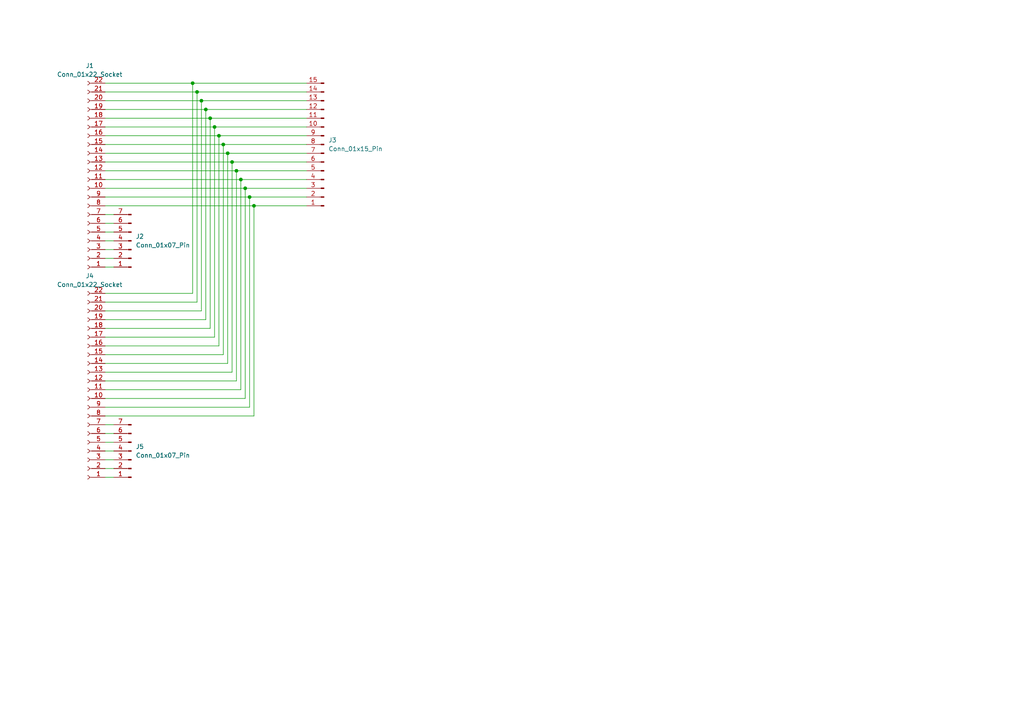
<source format=kicad_sch>
(kicad_sch (version 20230121) (generator eeschema)
  (paper "A4")
  (lib_symbols
    (symbol "Connector:Conn_01x07_Pin" (pin_names (offset 1.016) hide)
      (property "Reference" "J" (at 0 10.16 0))
      (property "Value" "Conn_01x07_Pin" (at 0 -10.16 0))
      (symbol "Conn_01x07_Pin_1_1"
        (polyline (pts (xy 1.27 -7.62) (xy 0.8636 -7.62)) (stroke (width 0.1524)))
        (polyline (pts (xy 1.27 -5.08) (xy 0.8636 -5.08)) (stroke (width 0.1524)))
        (polyline (pts (xy 1.27 -2.54) (xy 0.8636 -2.54)) (stroke (width 0.1524)))
        (polyline (pts (xy 1.27 0) (xy 0.8636 0)) (stroke (width 0.1524)))
        (polyline (pts (xy 1.27 2.54) (xy 0.8636 2.54)) (stroke (width 0.1524)))
        (polyline (pts (xy 1.27 5.08) (xy 0.8636 5.08)) (stroke (width 0.1524)))
        (polyline (pts (xy 1.27 7.62) (xy 0.8636 7.62)) (stroke (width 0.1524)))
        (rectangle (start 0.8636 -7.493) (end 0 -7.747) (stroke (width 0.1524)) (fill (type outline)))
        (rectangle (start 0.8636 -4.953) (end 0 -5.207) (stroke (width 0.1524)) (fill (type outline)))
        (rectangle (start 0.8636 -2.413) (end 0 -2.667) (stroke (width 0.1524)) (fill (type outline)))
        (rectangle (start 0.8636 0.127) (end 0 -0.127) (stroke (width 0.1524)) (fill (type outline)))
        (rectangle (start 0.8636 2.667) (end 0 2.413) (stroke (width 0.1524)) (fill (type outline)))
        (rectangle (start 0.8636 5.207) (end 0 4.953) (stroke (width 0.1524)) (fill (type outline)))
        (rectangle (start 0.8636 7.747) (end 0 7.493) (stroke (width 0.1524)) (fill (type outline)))
        (pin passive line (at 5.08 7.62 180) (length 3.81) (name "Pin_1") (number "1"))
        (pin passive line (at 5.08 5.08 180) (length 3.81) (name "Pin_2") (number "2"))
        (pin passive line (at 5.08 2.54 180) (length 3.81) (name "Pin_3") (number "3"))
        (pin passive line (at 5.08 0 180) (length 3.81) (name "Pin_4") (number "4"))
        (pin passive line (at 5.08 -2.54 180) (length 3.81) (name "Pin_5") (number "5"))
        (pin passive line (at 5.08 -5.08 180) (length 3.81) (name "Pin_6") (number "6"))
        (pin passive line (at 5.08 -7.62 180) (length 3.81) (name "Pin_7") (number "7"))
      )
    )
    (symbol "Connector:Conn_01x15_Pin" (pin_names (offset 1.016) hide)
      (property "Reference" "J" (at 0 20.32 0))
      (property "Value" "Conn_01x15_Pin" (at 0 -20.32 0))
      (symbol "Conn_01x15_Pin_1_1"
        (polyline (pts (xy 1.27 -17.78) (xy 0.8636 -17.78)) (stroke (width 0.1524)))
        (polyline (pts (xy 1.27 -15.24) (xy 0.8636 -15.24)) (stroke (width 0.1524)))
        (polyline (pts (xy 1.27 -12.7) (xy 0.8636 -12.7)) (stroke (width 0.1524)))
        (polyline (pts (xy 1.27 -10.16) (xy 0.8636 -10.16)) (stroke (width 0.1524)))
        (polyline (pts (xy 1.27 -7.62) (xy 0.8636 -7.62)) (stroke (width 0.1524)))
        (polyline (pts (xy 1.27 -5.08) (xy 0.8636 -5.08)) (stroke (width 0.1524)))
        (polyline (pts (xy 1.27 -2.54) (xy 0.8636 -2.54)) (stroke (width 0.1524)))
        (polyline (pts (xy 1.27 0) (xy 0.8636 0)) (stroke (width 0.1524)))
        (polyline (pts (xy 1.27 2.54) (xy 0.8636 2.54)) (stroke (width 0.1524)))
        (polyline (pts (xy 1.27 5.08) (xy 0.8636 5.08)) (stroke (width 0.1524)))
        (polyline (pts (xy 1.27 7.62) (xy 0.8636 7.62)) (stroke (width 0.1524)))
        (polyline (pts (xy 1.27 10.16) (xy 0.8636 10.16)) (stroke (width 0.1524)))
        (polyline (pts (xy 1.27 12.7) (xy 0.8636 12.7)) (stroke (width 0.1524)))
        (polyline (pts (xy 1.27 15.24) (xy 0.8636 15.24)) (stroke (width 0.1524)))
        (polyline (pts (xy 1.27 17.78) (xy 0.8636 17.78)) (stroke (width 0.1524)))
        (rectangle (start 0.8636 -17.653) (end 0 -17.907) (stroke (width 0.1524)) (fill (type outline)))
        (rectangle (start 0.8636 -15.113) (end 0 -15.367) (stroke (width 0.1524)) (fill (type outline)))
        (rectangle (start 0.8636 -12.573) (end 0 -12.827) (stroke (width 0.1524)) (fill (type outline)))
        (rectangle (start 0.8636 -10.033) (end 0 -10.287) (stroke (width 0.1524)) (fill (type outline)))
        (rectangle (start 0.8636 -7.493) (end 0 -7.747) (stroke (width 0.1524)) (fill (type outline)))
        (rectangle (start 0.8636 -4.953) (end 0 -5.207) (stroke (width 0.1524)) (fill (type outline)))
        (rectangle (start 0.8636 -2.413) (end 0 -2.667) (stroke (width 0.1524)) (fill (type outline)))
        (rectangle (start 0.8636 0.127) (end 0 -0.127) (stroke (width 0.1524)) (fill (type outline)))
        (rectangle (start 0.8636 2.667) (end 0 2.413) (stroke (width 0.1524)) (fill (type outline)))
        (rectangle (start 0.8636 5.207) (end 0 4.953) (stroke (width 0.1524)) (fill (type outline)))
        (rectangle (start 0.8636 7.747) (end 0 7.493) (stroke (width 0.1524)) (fill (type outline)))
        (rectangle (start 0.8636 10.287) (end 0 10.033) (stroke (width 0.1524)) (fill (type outline)))
        (rectangle (start 0.8636 12.827) (end 0 12.573) (stroke (width 0.1524)) (fill (type outline)))
        (rectangle (start 0.8636 15.367) (end 0 15.113) (stroke (width 0.1524)) (fill (type outline)))
        (rectangle (start 0.8636 17.907) (end 0 17.653) (stroke (width 0.1524)) (fill (type outline)))
        (pin passive line (at 5.08 17.78 180) (length 3.81) (name "Pin_1") (number "1"))
        (pin passive line (at 5.08 -5.08 180) (length 3.81) (name "Pin_10") (number "10"))
        (pin passive line (at 5.08 -7.62 180) (length 3.81) (name "Pin_11") (number "11"))
        (pin passive line (at 5.08 -10.16 180) (length 3.81) (name "Pin_12") (number "12"))
        (pin passive line (at 5.08 -12.7 180) (length 3.81) (name "Pin_13") (number "13"))
        (pin passive line (at 5.08 -15.24 180) (length 3.81) (name "Pin_14") (number "14"))
        (pin passive line (at 5.08 -17.78 180) (length 3.81) (name "Pin_15") (number "15"))
        (pin passive line (at 5.08 15.24 180) (length 3.81) (name "Pin_2") (number "2"))
        (pin passive line (at 5.08 12.7 180) (length 3.81) (name "Pin_3") (number "3"))
        (pin passive line (at 5.08 10.16 180) (length 3.81) (name "Pin_4") (number "4"))
        (pin passive line (at 5.08 7.62 180) (length 3.81) (name "Pin_5") (number "5"))
        (pin passive line (at 5.08 5.08 180) (length 3.81) (name "Pin_6") (number "6"))
        (pin passive line (at 5.08 2.54 180) (length 3.81) (name "Pin_7") (number "7"))
        (pin passive line (at 5.08 0 180) (length 3.81) (name "Pin_8") (number "8"))
        (pin passive line (at 5.08 -2.54 180) (length 3.81) (name "Pin_9") (number "9"))
      )
    )
    (symbol "Connector:Conn_01x22_Socket" (pin_names (offset 1.016) hide)
      (property "Reference" "J" (at 0 27.94 0))
      (property "Value" "Conn_01x22_Socket" (at 0 -30.48 0))
      (symbol "Conn_01x22_Socket_1_1"
        (arc (start 0 -27.432) (mid -0.5058 -27.94) (end 0 -28.448) (stroke (width 0.1524)))
        (arc (start 0 -24.892) (mid -0.5058 -25.4) (end 0 -25.908) (stroke (width 0.1524)))
        (arc (start 0 -22.352) (mid -0.5058 -22.86) (end 0 -23.368) (stroke (width 0.1524)))
        (arc (start 0 -19.812) (mid -0.5058 -20.32) (end 0 -20.828) (stroke (width 0.1524)))
        (arc (start 0 -17.272) (mid -0.5058 -17.78) (end 0 -18.288) (stroke (width 0.1524)))
        (arc (start 0 -14.732) (mid -0.5058 -15.24) (end 0 -15.748) (stroke (width 0.1524)))
        (arc (start 0 -12.192) (mid -0.5058 -12.7) (end 0 -13.208) (stroke (width 0.1524)))
        (arc (start 0 -9.652) (mid -0.5058 -10.16) (end 0 -10.668) (stroke (width 0.1524)))
        (arc (start 0 -7.112) (mid -0.5058 -7.62) (end 0 -8.128) (stroke (width 0.1524)))
        (arc (start 0 -4.572) (mid -0.5058 -5.08) (end 0 -5.588) (stroke (width 0.1524)))
        (arc (start 0 -2.032) (mid -0.5058 -2.54) (end 0 -3.048) (stroke (width 0.1524)))
        (polyline (pts (xy -1.27 -27.94) (xy -0.508 -27.94)) (stroke (width 0.1524)))
        (polyline (pts (xy -1.27 -25.4) (xy -0.508 -25.4)) (stroke (width 0.1524)))
        (polyline (pts (xy -1.27 -22.86) (xy -0.508 -22.86)) (stroke (width 0.1524)))
        (polyline (pts (xy -1.27 -20.32) (xy -0.508 -20.32)) (stroke (width 0.1524)))
        (polyline (pts (xy -1.27 -17.78) (xy -0.508 -17.78)) (stroke (width 0.1524)))
        (polyline (pts (xy -1.27 -15.24) (xy -0.508 -15.24)) (stroke (width 0.1524)))
        (polyline (pts (xy -1.27 -12.7) (xy -0.508 -12.7)) (stroke (width 0.1524)))
        (polyline (pts (xy -1.27 -10.16) (xy -0.508 -10.16)) (stroke (width 0.1524)))
        (polyline (pts (xy -1.27 -7.62) (xy -0.508 -7.62)) (stroke (width 0.1524)))
        (polyline (pts (xy -1.27 -5.08) (xy -0.508 -5.08)) (stroke (width 0.1524)))
        (polyline (pts (xy -1.27 -2.54) (xy -0.508 -2.54)) (stroke (width 0.1524)))
        (polyline (pts (xy -1.27 0) (xy -0.508 0)) (stroke (width 0.1524)))
        (polyline (pts (xy -1.27 2.54) (xy -0.508 2.54)) (stroke (width 0.1524)))
        (polyline (pts (xy -1.27 5.08) (xy -0.508 5.08)) (stroke (width 0.1524)))
        (polyline (pts (xy -1.27 7.62) (xy -0.508 7.62)) (stroke (width 0.1524)))
        (polyline (pts (xy -1.27 10.16) (xy -0.508 10.16)) (stroke (width 0.1524)))
        (polyline (pts (xy -1.27 12.7) (xy -0.508 12.7)) (stroke (width 0.1524)))
        (polyline (pts (xy -1.27 15.24) (xy -0.508 15.24)) (stroke (width 0.1524)))
        (polyline (pts (xy -1.27 17.78) (xy -0.508 17.78)) (stroke (width 0.1524)))
        (polyline (pts (xy -1.27 20.32) (xy -0.508 20.32)) (stroke (width 0.1524)))
        (polyline (pts (xy -1.27 22.86) (xy -0.508 22.86)) (stroke (width 0.1524)))
        (polyline (pts (xy -1.27 25.4) (xy -0.508 25.4)) (stroke (width 0.1524)))
        (arc (start 0 0.508) (mid -0.5058 0) (end 0 -0.508) (stroke (width 0.1524)))
        (arc (start 0 3.048) (mid -0.5058 2.54) (end 0 2.032) (stroke (width 0.1524)))
        (arc (start 0 5.588) (mid -0.5058 5.08) (end 0 4.572) (stroke (width 0.1524)))
        (arc (start 0 8.128) (mid -0.5058 7.62) (end 0 7.112) (stroke (width 0.1524)))
        (arc (start 0 10.668) (mid -0.5058 10.16) (end 0 9.652) (stroke (width 0.1524)))
        (arc (start 0 13.208) (mid -0.5058 12.7) (end 0 12.192) (stroke (width 0.1524)))
        (arc (start 0 15.748) (mid -0.5058 15.24) (end 0 14.732) (stroke (width 0.1524)))
        (arc (start 0 18.288) (mid -0.5058 17.78) (end 0 17.272) (stroke (width 0.1524)))
        (arc (start 0 20.828) (mid -0.5058 20.32) (end 0 19.812) (stroke (width 0.1524)))
        (arc (start 0 23.368) (mid -0.5058 22.86) (end 0 22.352) (stroke (width 0.1524)))
        (arc (start 0 25.908) (mid -0.5058 25.4) (end 0 24.892) (stroke (width 0.1524)))
        (pin passive line (at -5.08 25.4 0) (length 3.81) (name "Pin_1") (number "1"))
        (pin passive line (at -5.08 2.54 0) (length 3.81) (name "Pin_10") (number "10"))
        (pin passive line (at -5.08 0 0) (length 3.81) (name "Pin_11") (number "11"))
        (pin passive line (at -5.08 -2.54 0) (length 3.81) (name "Pin_12") (number "12"))
        (pin passive line (at -5.08 -5.08 0) (length 3.81) (name "Pin_13") (number "13"))
        (pin passive line (at -5.08 -7.62 0) (length 3.81) (name "Pin_14") (number "14"))
        (pin passive line (at -5.08 -10.16 0) (length 3.81) (name "Pin_15") (number "15"))
        (pin passive line (at -5.08 -12.7 0) (length 3.81) (name "Pin_16") (number "16"))
        (pin passive line (at -5.08 -15.24 0) (length 3.81) (name "Pin_17") (number "17"))
        (pin passive line (at -5.08 -17.78 0) (length 3.81) (name "Pin_18") (number "18"))
        (pin passive line (at -5.08 -20.32 0) (length 3.81) (name "Pin_19") (number "19"))
        (pin passive line (at -5.08 22.86 0) (length 3.81) (name "Pin_2") (number "2"))
        (pin passive line (at -5.08 -22.86 0) (length 3.81) (name "Pin_20") (number "20"))
        (pin passive line (at -5.08 -25.4 0) (length 3.81) (name "Pin_21") (number "21"))
        (pin passive line (at -5.08 -27.94 0) (length 3.81) (name "Pin_22") (number "22"))
        (pin passive line (at -5.08 20.32 0) (length 3.81) (name "Pin_3") (number "3"))
        (pin passive line (at -5.08 17.78 0) (length 3.81) (name "Pin_4") (number "4"))
        (pin passive line (at -5.08 15.24 0) (length 3.81) (name "Pin_5") (number "5"))
        (pin passive line (at -5.08 12.7 0) (length 3.81) (name "Pin_6") (number "6"))
        (pin passive line (at -5.08 10.16 0) (length 3.81) (name "Pin_7") (number "7"))
        (pin passive line (at -5.08 7.62 0) (length 3.81) (name "Pin_8") (number "8"))
        (pin passive line (at -5.08 5.08 0) (length 3.81) (name "Pin_9") (number "9"))
      )
    )
  )
  (junction (at 63.5 39.37))
  (junction (at 59.69 31.75))
  (junction (at 67.31 46.99))
  (junction (at 55.88 24.13))
  (junction (at 69.85 52.07))
  (junction (at 72.39 57.15))
  (junction (at 66.04 44.45))
  (junction (at 64.77 41.91))
  (junction (at 73.66 59.69))
  (junction (at 58.42 29.21))
  (junction (at 57.15 26.67))
  (junction (at 68.58 49.53))
  (junction (at 71.12 54.61))
  (junction (at 60.96 34.29))
  (junction (at 62.23 36.83))
  (wire (pts (xy 64.77 102.87) (xy 64.77 41.91)))
  (wire (pts (xy 30.48 74.93) (xy 33.02 74.93)))
  (wire (pts (xy 60.96 95.25) (xy 60.96 34.29)))
  (wire (pts (xy 66.04 44.45) (xy 88.9 44.45)))
  (wire (pts (xy 30.48 118.11) (xy 72.39 118.11)))
  (wire (pts (xy 30.48 41.91) (xy 64.77 41.91)))
  (wire (pts (xy 30.48 128.27) (xy 33.02 128.27)))
  (wire (pts (xy 30.48 57.15) (xy 72.39 57.15)))
  (wire (pts (xy 30.48 87.63) (xy 57.15 87.63)))
  (wire (pts (xy 30.48 49.53) (xy 68.58 49.53)))
  (wire (pts (xy 30.48 36.83) (xy 62.23 36.83)))
  (wire (pts (xy 73.66 120.65) (xy 73.66 59.69)))
  (wire (pts (xy 71.12 115.57) (xy 71.12 54.61)))
  (wire (pts (xy 58.42 29.21) (xy 88.9 29.21)))
  (wire (pts (xy 30.48 34.29) (xy 60.96 34.29)))
  (wire (pts (xy 59.69 92.71) (xy 59.69 31.75)))
  (wire (pts (xy 30.48 44.45) (xy 66.04 44.45)))
  (wire (pts (xy 30.48 115.57) (xy 71.12 115.57)))
  (wire (pts (xy 30.48 29.21) (xy 58.42 29.21)))
  (wire (pts (xy 30.48 59.69) (xy 73.66 59.69)))
  (wire (pts (xy 30.48 107.95) (xy 67.31 107.95)))
  (wire (pts (xy 59.69 31.75) (xy 88.9 31.75)))
  (wire (pts (xy 30.48 100.33) (xy 63.5 100.33)))
  (wire (pts (xy 30.48 46.99) (xy 67.31 46.99)))
  (wire (pts (xy 69.85 113.03) (xy 69.85 52.07)))
  (wire (pts (xy 67.31 107.95) (xy 67.31 46.99)))
  (wire (pts (xy 68.58 110.49) (xy 68.58 49.53)))
  (wire (pts (xy 30.48 123.19) (xy 33.02 123.19)))
  (wire (pts (xy 30.48 110.49) (xy 68.58 110.49)))
  (wire (pts (xy 30.48 85.09) (xy 55.88 85.09)))
  (wire (pts (xy 30.48 97.79) (xy 62.23 97.79)))
  (wire (pts (xy 30.48 113.03) (xy 69.85 113.03)))
  (wire (pts (xy 30.48 72.39) (xy 33.02 72.39)))
  (wire (pts (xy 71.12 54.61) (xy 88.9 54.61)))
  (wire (pts (xy 72.39 57.15) (xy 88.9 57.15)))
  (wire (pts (xy 30.48 69.85) (xy 33.02 69.85)))
  (wire (pts (xy 30.48 90.17) (xy 58.42 90.17)))
  (wire (pts (xy 57.15 26.67) (xy 88.9 26.67)))
  (wire (pts (xy 55.88 24.13) (xy 88.9 24.13)))
  (wire (pts (xy 64.77 41.91) (xy 88.9 41.91)))
  (wire (pts (xy 67.31 46.99) (xy 88.9 46.99)))
  (wire (pts (xy 62.23 97.79) (xy 62.23 36.83)))
  (wire (pts (xy 57.15 87.63) (xy 57.15 26.67)))
  (wire (pts (xy 30.48 105.41) (xy 66.04 105.41)))
  (wire (pts (xy 30.48 54.61) (xy 71.12 54.61)))
  (wire (pts (xy 68.58 49.53) (xy 88.9 49.53)))
  (wire (pts (xy 30.48 64.77) (xy 33.02 64.77)))
  (wire (pts (xy 72.39 118.11) (xy 72.39 57.15)))
  (wire (pts (xy 30.48 95.25) (xy 60.96 95.25)))
  (wire (pts (xy 66.04 105.41) (xy 66.04 44.45)))
  (wire (pts (xy 30.48 135.89) (xy 33.02 135.89)))
  (wire (pts (xy 30.48 102.87) (xy 64.77 102.87)))
  (wire (pts (xy 55.88 85.09) (xy 55.88 24.13)))
  (wire (pts (xy 58.42 90.17) (xy 58.42 29.21)))
  (wire (pts (xy 62.23 36.83) (xy 88.9 36.83)))
  (wire (pts (xy 30.48 133.35) (xy 33.02 133.35)))
  (wire (pts (xy 30.48 52.07) (xy 69.85 52.07)))
  (wire (pts (xy 30.48 39.37) (xy 63.5 39.37)))
  (wire (pts (xy 63.5 100.33) (xy 63.5 39.37)))
  (wire (pts (xy 63.5 39.37) (xy 88.9 39.37)))
  (wire (pts (xy 30.48 26.67) (xy 57.15 26.67)))
  (wire (pts (xy 69.85 52.07) (xy 88.9 52.07)))
  (wire (pts (xy 73.66 59.69) (xy 88.9 59.69)))
  (wire (pts (xy 30.48 125.73) (xy 33.02 125.73)))
  (wire (pts (xy 30.48 67.31) (xy 33.02 67.31)))
  (wire (pts (xy 30.48 24.13) (xy 55.88 24.13)))
  (wire (pts (xy 30.48 77.47) (xy 33.02 77.47)))
  (wire (pts (xy 30.48 31.75) (xy 59.69 31.75)))
  (wire (pts (xy 60.96 34.29) (xy 88.9 34.29)))
  (wire (pts (xy 30.48 138.43) (xy 33.02 138.43)))
  (wire (pts (xy 30.48 62.23) (xy 33.02 62.23)))
  (wire (pts (xy 30.48 130.81) (xy 33.02 130.81)))
  (wire (pts (xy 30.48 92.71) (xy 59.69 92.71)))
  (wire (pts (xy 30.48 120.65) (xy 73.66 120.65)))
  (symbol (lib_id "Connector:Conn_01x07_Pin") (at 38.1 130.81 180) (unit 1)
    (property "Reference" "J5" (at 39.37 129.54 0) (effects (justify right)))
    (property "Value" "Conn_01x07_Pin" (at 39.37 132.08 0) (effects (justify right)))
    (instances (project "8x-sata-backplane" (path "" (reference "J5") (unit 1)) (path "" (reference "J9") (unit 1))))
  )
  (symbol (lib_id "Connector:Conn_01x22_Socket") (at 25.4 52.07 180) (unit 1)
    (property "Reference" "J1" (at 26.035 19.05 0))
    (property "Value" "Conn_01x22_Socket" (at 26.035 21.59 0))
    (instances (project "8x-sata-backplane" (path "" (reference "J1") (unit 1)) (path "" (reference "J6") (unit 1))))
  )
  (symbol (lib_id "Connector:Conn_01x07_Pin") (at 38.1 69.85 180) (unit 1)
    (property "Reference" "J2" (at 39.37 68.58 0) (effects (justify right)))
    (property "Value" "Conn_01x07_Pin" (at 39.37 71.12 0) (effects (justify right)))
    (instances (project "8x-sata-backplane" (path "" (reference "J2") (unit 1)) (path "" (reference "J8") (unit 1))))
  )
  (symbol (lib_id "Connector:Conn_01x15_Pin") (at 93.98 41.91 180) (unit 1)
    (property "Reference" "J3" (at 95.25 40.64 0) (effects (justify right)))
    (property "Value" "Conn_01x15_Pin" (at 95.25 43.18 0) (effects (justify right)))
    (instances (project "8x-sata-backplane" (path "" (reference "J3") (unit 1)) (path "" (reference "J10") (unit 1))))
  )
  (symbol (lib_id "Connector:Conn_01x22_Socket") (at 25.4 113.03 180) (unit 1)
    (property "Reference" "J4" (at 26.035 80.01 0))
    (property "Value" "Conn_01x22_Socket" (at 26.035 82.55 0))
    (instances (project "8x-sata-backplane" (path "" (reference "J4") (unit 1)) (path "" (reference "J7") (unit 1))))
  )
)
</source>
